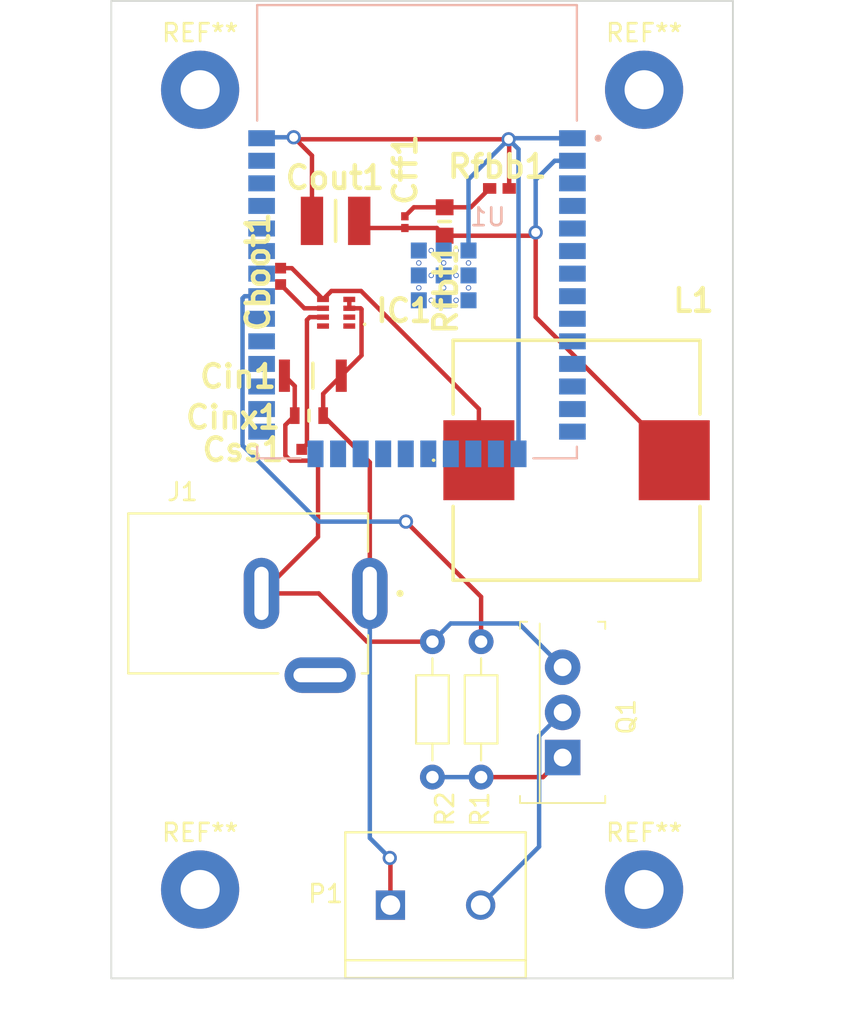
<source format=kicad_pcb>
(kicad_pcb (version 20221018) (generator pcbnew)
  (layers (0 "F.Cu" signal) (31 "B.Cu" signal) (34 "B.Paste" user) (35 "F.Paste" user) (36 "B.SilkS" user "B.Silkscreen") (37 "F.SilkS" user "F.Silkscreen") (38 "B.Mask" user) (39 "F.Mask" user) (44 "Edge.Cuts" user))
  (net 0 "")
  (net 1 "GND")
  (net 28 "Net-(R1-+)")
  (net 34 "Net-(Q1-D)")
  (net 35 "Net-(Q1-G)")
  (net 36 "Net-(Rfbt1--)")
  (net 37 "Net-(IC1-BST)")
  (net 38 "Net-(IC1-SW)")
  (net 39 "Net-(Rfbb1--)")
  (net 40 "Net-(IC1-SS)")
  (net 47 "Net-(IC1-GND)")
  (footprint "CON-SOCJ-2155:GRAVITECH_CON-SOCJ-2155" (layer "F.Cu") (at 70.955309 83.339797)
    (fp_text reference "J1" (at -4.445 -5.715) (layer "F.SilkS"))
    (fp_text value "CON-SOCJ-2155")
    (fp_line (start -7.5 -4.5) (end 6 -4.5) (stroke (width 0.127)) (layer "F.SilkS"))
    (fp_line (start -7.5 4.5) (end -7.5 -4.5) (stroke (width 0.127)) (layer "F.SilkS"))
    (fp_line (start 0.95 4.5) (end -7.5 4.5) (stroke (width 0.127)) (layer "F.SilkS"))
    (fp_line (start 6 -4.5) (end 6 -2.35) (stroke (width 0.127)) (layer "F.SilkS"))
    (fp_line (start 6 2.35) (end 6 4.5) (stroke (width 0.127)) (layer "F.SilkS"))
    (fp_line (start 6 4.5) (end 5.65 4.5) (stroke (width 0.127)) (layer "F.SilkS"))
    (fp_circle (center 7.8 0) (end 7.9 0) (stroke (width 0.2)) (fill none) (layer "F.SilkS"))
    (pad "1" thru_hole oval (at 6.1 0) (size 2 4) (drill oval 0.8 3) (layers "*.Cu" "*.Mask") (net 47 "Net-(IC1-GND)"))
    (pad "2" thru_hole oval (at 3.3 4.6) (size 4 2) (drill oval 3 0.8) (layers "*.Cu" "*.Mask"))
    (pad "3" thru_hole oval (at 0 0) (size 2 4) (drill oval 0.8 3) (layers "*.Cu" "*.Mask") (net 1 "GND"))
  )
  (footprint "2pole screw terminal:TE_282837-2" (layer "F.Cu") (at 80.756469 100.879564)
    (fp_text reference "P1" (at -6.189162 -0.637157) (layer "F.SilkS") (effects (font (size 1.002039 1.002039))))
    (fp_text value "282837-2")
    (fp_line (start -5.08 -4.1) (end 5.08 -4.1) (stroke (width 0.127)) (layer "F.SilkS"))
    (fp_line (start -5.08 3.1) (end -5.08 -4.1) (stroke (width 0.127)) (layer "F.SilkS"))
    (fp_line (start -5.08 3.1) (end 5.08 3.1) (stroke (width 0.127)) (layer "F.SilkS"))
    (fp_line (start -5.08 4.1) (end -5.08 3.1) (stroke (width 0.127)) (layer "F.SilkS"))
    (fp_line (start 5.08 -4.1) (end 5.08 3.1) (stroke (width 0.127)) (layer "F.SilkS"))
    (fp_line (start 5.08 3.1) (end 5.08 4.1) (stroke (width 0.127)) (layer "F.SilkS"))
    (fp_line (start 5.08 4.1) (end -5.08 4.1) (stroke (width 0.127)) (layer "F.SilkS"))
    (pad "1" thru_hole rect (at -2.54 0) (size 1.65 1.65) (drill 1.1) (layers "*.Cu" "*.Mask") (net 47 "Net-(IC1-GND)"))
    (pad "2" thru_hole circle (at 2.54 0) (size 1.65 1.65) (drill 1.1) (layers "*.Cu" "*.Mask") (net 34 "Net-(Q1-D)"))
  )
  (footprint "Resistor_SMD:RESC1005X40N" (layer "F.Cu") (at 84.353496 60.55181 180)
    (fp_text reference "Rfbb1" (at 0.124061 1.232198) (layer "F.SilkS") (effects (font (size 1.27 1.27) (thickness 0.254))))
    (fp_text value "10kΩ" hide)
    (pad "1" smd rect (at -0.55 0 270) (size 0.6 0.75) (layers "F.Cu" "F.Paste" "F.Mask") (net 1 "GND"))
    (pad "2" smd rect (at 0.55 0 270) (size 0.6 0.75) (layers "F.Cu" "F.Paste" "F.Mask") (net 39 "Net-(Rfbb1--)"))
  )
  (footprint "Resistor_SMD:RESC1608X55N" (layer "F.Cu") (at 81.268269 62.413372 -90)
    (fp_text reference "Rfbt1" (at 3.765281 -0.055728 90) (layer "F.SilkS") (effects (font (size 1.27 1.27) (thickness 0.254))))
    (fp_text value "30.9kΩ" hide)
    (fp_line (start 0 -0.325) (end 0 0.325) (stroke (width 0.2)) (layer "F.SilkS"))
    (pad "1" smd rect (at -0.8 0 270) (size 0.9 1) (layers "F.Cu" "F.Paste" "F.Mask") (net 39 "Net-(Rfbb1--)"))
    (pad "2" smd rect (at 0.8 0 270) (size 0.9 1) (layers "F.Cu" "F.Paste" "F.Mask") (net 36 "Net-(Rfbt1--)"))
  )
  (footprint "MountingHole:MountingHole_2.2mm_M2_Pad" (layer "F.Cu") (at 67.5 100)
    (fp_text reference "REF**" (at 0 -3.2) (layer "F.SilkS"))
    (fp_text value "MountingHole_2.2mm_M2_Pad")
    (pad "1" thru_hole circle (at 0 0) (size 4.4 4.4) (drill 2.2) (layers "*.Cu" "*.Mask"))
  )
  (footprint "Capacitor_SMD:CAPC1608X90N" (layer "F.Cu") (at 73.628428 73.336417 180)
    (fp_text reference "Cinx1" (at 4.276695 -0.097907) (layer "F.SilkS") (effects (font (size 1.27 1.27) (thickness 0.254))))
    (fp_text value "100nF" hide)
    (fp_line (start 0 -0.3) (end 0 0.3) (stroke (width 0.2)) (layer "F.SilkS"))
    (pad "1" smd rect (at -0.8 0 180) (size 0.54 0.94) (layers "F.Cu" "F.Paste" "F.Mask") (net 47 "Net-(IC1-GND)"))
    (pad "2" smd rect (at 0.8 0 180) (size 0.54 0.94) (layers "F.Cu" "F.Paste" "F.Mask") (net 1 "GND"))
  )
  (footprint "Capacitor_SMD:CAPC0603X33N" (layer "F.Cu") (at 79.02906 62.449488 -90)
    (fp_text reference "Cff1" (at -2.964376 -0.014719 90) (layer "F.SilkS") (effects (font (size 1.27 1.27) (thickness 0.254))))
    (fp_text value "47pF" hide)
    (pad "1" smd rect (at -0.33 0) (size 0.42 0.46) (layers "F.Cu" "F.Paste" "F.Mask") (net 39 "Net-(Rfbb1--)"))
    (pad "2" smd rect (at 0.33 0) (size 0.42 0.46) (layers "F.Cu" "F.Paste" "F.Mask") (net 36 "Net-(Rfbt1--)"))
  )
  (footprint "MountingHole:MountingHole_2.2mm_M2_Pad" (layer "F.Cu") (at 67.5 55)
    (fp_text reference "REF**" (at 0 -3.2) (layer "F.SilkS"))
    (fp_text value "MountingHole_2.2mm_M2_Pad")
    (pad "1" thru_hole circle (at 0 0) (size 4.4 4.4) (drill 2.2) (layers "*.Cu" "*.Mask"))
  )
  (footprint "MountingHole:MountingHole_2.2mm_M2_Pad" (layer "F.Cu") (at 92.5 55)
    (fp_text reference "REF**" (at 0 -3.2) (layer "F.SilkS"))
    (fp_text value "MountingHole_2.2mm_M2_Pad")
    (pad "1" thru_hole circle (at 0 0) (size 4.4 4.4) (drill 2.2) (layers "*.Cu" "*.Mask"))
  )
  (footprint "Capacitor_SMD:CAPC1005X55N" (layer "F.Cu") (at 72.031519 65.498298 90)
    (fp_text reference "Cboot1" (at 0.257632 -1.276459 90) (layer "F.SilkS") (effects (font (size 1.27 1.27) (thickness 0.254))))
    (fp_text value "100nF" hide)
    (pad "1" smd rect (at -0.46 0 90) (size 0.6 0.62) (layers "F.Cu" "F.Paste" "F.Mask") (net 37 "Net-(IC1-BST)"))
    (pad "2" smd rect (at 0.46 0 90) (size 0.6 0.62) (layers "F.Cu" "F.Paste" "F.Mask") (net 38 "Net-(IC1-SW)"))
  )
  (footprint "Capacitor_SMD:CAPC1005X55N" (layer "F.Cu") (at 73.680603 75.234443)
    (fp_text reference "Css1" (at -3.755684 0.020599) (layer "F.SilkS") (effects (font (size 1.27 1.27) (thickness 0.254))))
    (fp_text value "33nF" hide)
    (pad "1" smd rect (at -0.46 0) (size 0.6 0.62) (layers "F.Cu" "F.Paste" "F.Mask") (net 40 "Net-(IC1-SS)"))
    (pad "2" smd rect (at 0.46 0) (size 0.6 0.62) (layers "F.Cu" "F.Paste" "F.Mask") (net 1 "GND"))
  )
  (footprint "Capacitor_SMD:CAPC3216X180N" (layer "F.Cu") (at 73.8474 71.089774 180)
    (fp_text reference "Cin1" (at 4.21365 -0.048155) (layer "F.SilkS") (effects (font (size 1.27 1.27) (thickness 0.254))))
    (fp_text value "10µF" hide)
    (fp_line (start 0 -0.7) (end 0 0.7) (stroke (width 0.2)) (layer "F.SilkS"))
    (pad "1" smd rect (at -1.6 0 180) (size 0.62 1.82) (layers "F.Cu" "F.Paste" "F.Mask") (net 47 "Net-(IC1-GND)"))
    (pad "2" smd rect (at 1.6 0 180) (size 0.62 1.82) (layers "F.Cu" "F.Paste" "F.Mask") (net 1 "GND"))
  )
  (footprint "digikey-footprints:TO-220-3" (layer "F.Cu") (at 87.912317 92.574273 90)
    (fp_text reference "Q1" (at 2.292824 3.57942 90) (layer "F.SilkS"))
    (fp_text value "IRLB8721PBF")
    (fp_line (start -2.56 -2.4) (end -2.56 -2) (stroke (width 0.1)) (layer "F.SilkS"))
    (fp_line (start -2.56 -2.4) (end -2.16 -2.4) (stroke (width 0.1)) (layer "F.SilkS"))
    (fp_line (start -2.56 -1.29) (end 7.54 -1.29) (stroke (width 0.1)) (layer "F.SilkS"))
    (fp_line (start -2.56 2.4) (end -2.56 -2) (stroke (width 0.1)) (layer "F.SilkS"))
    (fp_line (start -2.56 2.4) (end -2.16 2.4) (stroke (width 0.1)) (layer "F.SilkS"))
    (fp_line (start 7.24 -2.4) (end 7.64 -2.4) (stroke (width 0.1)) (layer "F.SilkS"))
    (fp_line (start 7.64 -2.4) (end 7.64 -2) (stroke (width 0.1)) (layer "F.SilkS"))
    (fp_line (start 7.64 2.4) (end 7.24 2.4) (stroke (width 0.1)) (layer "F.SilkS"))
    (fp_line (start 7.64 2.4) (end 7.64 2) (stroke (width 0.1)) (layer "F.SilkS"))
    (pad "1" thru_hole rect (at 0 0 90) (size 2 2) (drill 1) (layers "*.Cu" "*.Mask") (net 35 "Net-(Q1-G)"))
    (pad "2" thru_hole circle (at 2.54 0 90) (size 2 2) (drill 1) (layers "*.Cu" "*.Mask") (net 34 "Net-(Q1-D)"))
    (pad "3" thru_hole circle (at 5.08 0 90) (size 2 2) (drill 1) (layers "*.Cu" "*.Mask") (net 1 "GND"))
  )
  (footprint "Inductor_SMD:SRP12507R8M" (layer "F.Cu") (at 88.696625 75.845822)
    (fp_text reference "L1" (at 6.583732 -8.984887) (layer "F.SilkS") (effects (font (size 1.27 1.27) (thickness 0.254))))
    (fp_text value "SRP1250-7R8M" hide)
    (fp_line (start -8.1 0) (end -8.1 0) (stroke (width 0.1)) (layer "F.SilkS"))
    (fp_line (start -8 0) (end -8 0) (stroke (width 0.1)) (layer "F.SilkS"))
    (fp_line (start -6.95 -6.75) (end -6.95 -2.6) (stroke (width 0.2)) (layer "F.SilkS"))
    (fp_line (start -6.95 2.6) (end -6.95 6.75) (stroke (width 0.2)) (layer "F.SilkS"))
    (fp_line (start -6.95 6.75) (end 6.95 6.75) (stroke (width 0.2)) (layer "F.SilkS"))
    (fp_line (start 6.95 -6.75) (end -6.95 -6.75) (stroke (width 0.2)) (layer "F.SilkS"))
    (fp_line (start 6.95 -2.6) (end 6.95 -6.75) (stroke (width 0.2)) (layer "F.SilkS"))
    (fp_line (start 6.95 6.75) (end 6.95 2.6) (stroke (width 0.2)) (layer "F.SilkS"))
    (fp_arc (start -8.1 0) (mid -8.05 -0.05) (end -8 0) (stroke (width 0.1)) (layer "F.SilkS"))
    (fp_arc (start -8 0) (mid -8.05 0.05) (end -8.1 0) (stroke (width 0.1)) (layer "F.SilkS"))
    (pad "1" smd rect (at -5.5 0) (size 4 4.5) (layers "F.Cu" "F.Paste" "F.Mask") (net 38 "Net-(IC1-SW)"))
    (pad "2" smd rect (at 5.5 0) (size 4 4.5) (layers "F.Cu" "F.Paste" "F.Mask") (net 36 "Net-(Rfbt1--)"))
  )
  (footprint "Capacitor_SMD:CAPC3225X270N" (layer "F.Cu") (at 75.128503 62.377255)
    (fp_text reference "Cout1" (at -0.038326 -2.432422) (layer "F.SilkS") (effects (font (size 1.27 1.27) (thickness 0.254))))
    (fp_text value "47µF" hide)
    (fp_line (start 0 -1.15) (end 0 1.15) (stroke (width 0.2)) (layer "F.SilkS"))
    (pad "1" smd rect (at -1.33 0) (size 1.26 2.72) (layers "F.Cu" "F.Paste" "F.Mask") (net 1 "GND"))
    (pad "2" smd rect (at 1.33 0) (size 1.26 2.72) (layers "F.Cu" "F.Paste" "F.Mask") (net 36 "Net-(Rfbt1--)"))
  )
  (footprint "Converter_DCDC:TPS62932DRLR" (layer "F.Cu") (at 75.160371 67.546419 180)
    (fp_text reference "IC1" (at -3.815633 0.114145 180) (layer "F.SilkS") (effects (font (size 1.27 1.27) (thickness 0.254))))
    (fp_text value "TPS62932DRLR" hide)
    (fp_line (start -1.6 -0.7) (end -1.6 -0.7) (stroke (width 0.1)) (layer "F.SilkS"))
    (fp_line (start -1.6 -0.6) (end -1.6 -0.6) (stroke (width 0.1)) (layer "F.SilkS"))
    (fp_arc (start -1.6 -0.7) (mid -1.55 -0.65) (end -1.6 -0.6) (stroke (width 0.1)) (layer "F.SilkS"))
    (fp_arc (start -1.6 -0.6) (mid -1.65 -0.65) (end -1.6 -0.7) (stroke (width 0.1)) (layer "F.SilkS"))
    (pad "1" smd rect (at -0.74 -0.75 270) (size 0.3 0.67) (layers "F.Cu" "F.Paste" "F.Mask"))
    (pad "2" smd rect (at -0.74 -0.25 270) (size 0.3 0.67) (layers "F.Cu" "F.Paste" "F.Mask"))
    (pad "3" smd rect (at -0.74 0.25 270) (size 0.3 0.67) (layers "F.Cu" "F.Paste" "F.Mask") (net 47 "Net-(IC1-GND)"))
    (pad "4" smd rect (at -0.74 0.75 270) (size 0.3 0.67) (layers "F.Cu" "F.Paste" "F.Mask") (net 47 "Net-(IC1-GND)"))
    (pad "5" smd rect (at 0.74 0.75 270) (size 0.3 0.67) (layers "F.Cu" "F.Paste" "F.Mask") (net 38 "Net-(IC1-SW)"))
    (pad "6" smd rect (at 0.74 0.25 270) (size 0.3 0.67) (layers "F.Cu" "F.Paste" "F.Mask") (net 37 "Net-(IC1-BST)"))
    (pad "7" smd rect (at 0.74 -0.25 270) (size 0.3 0.67) (layers "F.Cu" "F.Paste" "F.Mask") (net 40 "Net-(IC1-SS)"))
    (pad "8" smd rect (at 0.74 -0.75 270) (size 0.3 0.67) (layers "F.Cu" "F.Paste" "F.Mask"))
  )
  (footprint "Resistor_THT:R_Axial_DIN0204_L3.6mm_D1.6mm_P7.62mm_Horizontal" (layer "F.Cu") (at 80.580377 93.675294 90)
    (fp_text reference "R2" (at -1.79211 0.700126 90) (layer "F.SilkS"))
    (fp_text value "10kΩ")
    (fp_line (start 0.94 0) (end 1.89 0) (stroke (width 0.12)) (layer "F.SilkS"))
    (fp_line (start 1.89 -0.92) (end 1.89 0.92) (stroke (width 0.12)) (layer "F.SilkS"))
    (fp_line (start 1.89 0.92) (end 5.73 0.92) (stroke (width 0.12)) (layer "F.SilkS"))
    (fp_line (start 5.73 -0.92) (end 1.89 -0.92) (stroke (width 0.12)) (layer "F.SilkS"))
    (fp_line (start 5.73 0.92) (end 5.73 -0.92) (stroke (width 0.12)) (layer "F.SilkS"))
    (fp_line (start 6.68 0) (end 5.73 0) (stroke (width 0.12)) (layer "F.SilkS"))
    (pad "1" thru_hole circle (at 0 0 90) (size 1.4 1.4) (drill 0.7) (layers "*.Cu" "*.Mask") (net 35 "Net-(Q1-G)"))
    (pad "2" thru_hole oval (at 7.62 0 90) (size 1.4 1.4) (drill 0.7) (layers "*.Cu" "*.Mask") (net 1 "GND"))
  )
  (footprint "MountingHole:MountingHole_2.2mm_M2_Pad" (layer "F.Cu") (at 92.5 100)
    (fp_text reference "REF**" (at 0 -3.2) (layer "F.SilkS"))
    (fp_text value "MountingHole_2.2mm_M2_Pad")
    (pad "1" thru_hole circle (at 0 0) (size 4.4 4.4) (drill 2.2) (layers "*.Cu" "*.Mask"))
  )
  (footprint "Resistor_THT:R_Axial_DIN0204_L3.6mm_D1.6mm_P7.62mm_Horizontal" (layer "F.Cu") (at 83.321289 86.055294 -90)
    (fp_text reference "R1" (at 9.428987 0.066236 90) (layer "F.SilkS"))
    (fp_text value "1kΩ")
    (fp_line (start 0.94 0) (end 1.89 0) (stroke (width 0.12)) (layer "F.SilkS"))
    (fp_line (start 1.89 -0.92) (end 1.89 0.92) (stroke (width 0.12)) (layer "F.SilkS"))
    (fp_line (start 1.89 0.92) (end 5.73 0.92) (stroke (width 0.12)) (layer "F.SilkS"))
    (fp_line (start 5.73 -0.92) (end 1.89 -0.92) (stroke (width 0.12)) (layer "F.SilkS"))
    (fp_line (start 5.73 0.92) (end 5.73 -0.92) (stroke (width 0.12)) (layer "F.SilkS"))
    (fp_line (start 6.68 0) (end 5.73 0) (stroke (width 0.12)) (layer "F.SilkS"))
    (pad "1" thru_hole circle (at 0 0 270) (size 1.4 1.4) (drill 0.7) (layers "*.Cu" "*.Mask") (net 28 "Net-(R1-+)"))
    (pad "2" thru_hole oval (at 7.62 0 270) (size 1.4 1.4) (drill 0.7) (layers "*.Cu" "*.Mask") (net 35 "Net-(Q1-G)"))
  )
  (footprint "ESP32-WROOM-32E__16MB_:XCVR_ESP32-WROOM-32E_(16MB)" (layer "B.Cu") (at 79.713245 62.986942 180)
    (fp_text reference "U1" (at -3.988245 0.824688) (layer "B.SilkS") (effects (justify mirror)))
    (fp_text value "ESP32-WROOM-32E_(16MB)")
    (fp_line (start -9 -12.75) (end -6.55 -12.75) (stroke (width 0.127)) (layer "B.SilkS"))
    (fp_line (start -9 -12.1) (end -9 -12.75) (stroke (width 0.127)) (layer "B.SilkS"))
    (fp_line (start -9 6.25) (end -9 12.75) (stroke (width 0.127)) (layer "B.SilkS"))
    (fp_line (start -9 12.75) (end 9 12.75) (stroke (width 0.127)) (layer "B.SilkS"))
    (fp_line (start 6.55 -12.75) (end 9 -12.75) (stroke (width 0.127)) (layer "B.SilkS"))
    (fp_line (start 9 -12.75) (end 9 -12.1) (stroke (width 0.127)) (layer "B.SilkS"))
    (fp_line (start 9 12.75) (end 9 6.25) (stroke (width 0.127)) (layer "B.SilkS"))
    (fp_circle (center -10.2 5.26) (end -10.1 5.26) (stroke (width 0.2)) (fill none) (layer "B.SilkS"))
    (pad "1" smd rect (at -8.75 5.26 180) (size 1.5 0.9) (layers "B.Cu" "B.Paste" "B.Mask") (net 1 "GND"))
    (pad "2" smd rect (at -8.75 3.99 180) (size 1.5 0.9) (layers "B.Cu" "B.Paste" "B.Mask") (net 36 "Net-(Rfbt1--)"))
    (pad "3" smd rect (at -8.75 2.72 180) (size 1.5 0.9) (layers "B.Cu" "B.Paste" "B.Mask"))
    (pad "4" smd rect (at -8.75 1.45 180) (size 1.5 0.9) (layers "B.Cu" "B.Paste" "B.Mask"))
    (pad "5" smd rect (at -8.75 0.18 180) (size 1.5 0.9) (layers "B.Cu" "B.Paste" "B.Mask"))
    (pad "6" smd rect (at -8.75 -1.09 180) (size 1.5 0.9) (layers "B.Cu" "B.Paste" "B.Mask"))
    (pad "7" smd rect (at -8.75 -2.36 180) (size 1.5 0.9) (layers "B.Cu" "B.Paste" "B.Mask"))
    (pad "8" smd rect (at -8.75 -3.63 180) (size 1.5 0.9) (layers "B.Cu" "B.Paste" "B.Mask"))
    (pad "9" smd rect (at -8.75 -4.9 180) (size 1.5 0.9) (layers "B.Cu" "B.Paste" "B.Mask"))
    (pad "10" smd rect (at -8.75 -6.17 180) (size 1.5 0.9) (layers "B.Cu" "B.Paste" "B.Mask"))
    (pad "11" smd rect (at -8.75 -7.44 180) (size 1.5 0.9) (layers "B.Cu" "B.Paste" "B.Mask"))
    (pad "12" smd rect (at -8.75 -8.71 180) (size 1.5 0.9) (layers "B.Cu" "B.Paste" "B.Mask"))
    (pad "13" smd rect (at -8.75 -9.98 180) (size 1.5 0.9) (layers "B.Cu" "B.Paste" "B.Mask"))
    (pad "14" smd rect (at -8.75 -11.25 180) (size 1.5 0.9) (layers "B.Cu" "B.Paste" "B.Mask"))
    (pad "15" smd rect (at -5.715 -12.5 180) (size 0.9 1.5) (layers "B.Cu" "B.Paste" "B.Mask") (net 1 "GND"))
    (pad "16" smd rect (at -4.445 -12.5 180) (size 0.9 1.5) (layers "B.Cu" "B.Paste" "B.Mask"))
    (pad "17" smd rect (at -3.175 -12.5 180) (size 0.9 1.5) (layers "B.Cu" "B.Paste" "B.Mask"))
    (pad "18" smd rect (at -1.905 -12.5 180) (size 0.9 1.5) (layers "B.Cu" "B.Paste" "B.Mask"))
    (pad "19" smd rect (at -0.635 -12.5 180) (size 0.9 1.5) (layers "B.Cu" "B.Paste" "B.Mask"))
    (pad "20" smd rect (at 0.635 -12.5 180) (size 0.9 1.5) (layers "B.Cu" "B.Paste" "B.Mask"))
    (pad "21" smd rect (at 1.905 -12.5 180) (size 0.9 1.5) (layers "B.Cu" "B.Paste" "B.Mask"))
    (pad "22" smd rect (at 3.175 -12.5 180) (size 0.9 1.5) (layers "B.Cu" "B.Paste" "B.Mask"))
    (pad "23" smd rect (at 4.445 -12.5 180) (size 0.9 1.5) (layers "B.Cu" "B.Paste" "B.Mask"))
    (pad "24" smd rect (at 5.715 -12.5 180) (size 0.9 1.5) (layers "B.Cu" "B.Paste" "B.Mask"))
    (pad "25" smd rect (at 8.75 -11.25 180) (size 1.5 0.9) (layers "B.Cu" "B.Paste" "B.Mask"))
    (pad "26" smd rect (at 8.75 -9.98 180) (size 1.5 0.9) (layers "B.Cu" "B.Paste" "B.Mask"))
    (pad "27" smd rect (at 8.75 -8.71 180) (size 1.5 0.9) (layers "B.Cu" "B.Paste" "B.Mask"))
    (pad "28" smd rect (at 8.75 -7.44 180) (size 1.5 0.9) (layers "B.Cu" "B.Paste" "B.Mask"))
    (pad "29" smd rect (at 8.75 -6.17 180) (size 1.5 0.9) (layers "B.Cu" "B.Paste" "B.Mask"))
    (pad "30" smd rect (at 8.75 -4.9 180) (size 1.5 0.9) (layers "B.Cu" "B.Paste" "B.Mask"))
    (pad "31" smd rect (at 8.75 -3.63 180) (size 1.5 0.9) (layers "B.Cu" "B.Paste" "B.Mask") (net 28 "Net-(R1-+)"))
    (pad "32" smd rect (at 8.75 -2.36 180) (size 1.5 0.9) (layers "B.Cu" "B.Paste" "B.Mask"))
    (pad "33" smd rect (at 8.75 -1.09 180) (size 1.5 0.9) (layers "B.Cu" "B.Paste" "B.Mask"))
    (pad "34" smd rect (at 8.75 0.18 180) (size 1.5 0.9) (layers "B.Cu" "B.Paste" "B.Mask"))
    (pad "35" smd rect (at 8.75 1.45 180) (size 1.5 0.9) (layers "B.Cu" "B.Paste" "B.Mask"))
    (pad "36" smd rect (at 8.75 2.72 180) (size 1.5 0.9) (layers "B.Cu" "B.Paste" "B.Mask"))
    (pad "37" smd rect (at 8.75 3.99 180) (size 1.5 0.9) (layers "B.Cu" "B.Paste" "B.Mask"))
    (pad "38" smd rect (at 8.75 5.26 180) (size 1.5 0.9) (layers "B.Cu" "B.Paste" "B.Mask") (net 1 "GND"))
    (pad "39_1" smd rect (at -2.9 -1.06 180) (size 0.9 0.9) (layers "B.Cu" "B.Paste" "B.Mask") (net 1 "GND"))
    (pad "39_2" smd rect (at -1.5 -1.06 180) (size 0.9 0.9) (layers "B.Cu" "B.Paste" "B.Mask") (net 1 "GND"))
    (pad "39_3" smd rect (at -0.1 -1.06 180) (size 0.9 0.9) (layers "B.Cu" "B.Paste" "B.Mask") (net 1 "GND"))
    (pad "39_4" smd rect (at -2.9 -2.46 180) (size 0.9 0.9) (layers "B.Cu" "B.Paste" "B.Mask") (net 1 "GND"))
    (pad "39_5" smd rect (at -1.5 -2.46 180) (size 0.9 0.9) (layers "B.Cu" "B.Paste" "B.Mask") (net 1 "GND"))
    (pad "39_6" smd rect (at -0.1 -2.46 180) (size 0.9 0.9) (layers "B.Cu" "B.Paste" "B.Mask") (net 1 "GND"))
    (pad "39_7" smd rect (at -2.9 -3.86 180) (size 0.9 0.9) (layers "B.Cu" "B.Paste" "B.Mask") (net 1 "GND"))
    (pad "39_8" smd rect (at -1.5 -3.86 180) (size 0.9 0.9) (layers "B.Cu" "B.Paste" "B.Mask") (net 1 "GND"))
    (pad "39_9" smd rect (at -0.1 -3.86 180) (size 0.9 0.9) (layers "B.Cu" "B.Paste" "B.Mask") (net 1 "GND"))
    (pad "39_10" thru_hole circle (at -2.2 -1.06 180) (size 0.3 0.3) (drill 0.2) (layers "*.Cu"))
    (pad "39_11" thru_hole circle (at -0.8 -1.06 180) (size 0.3 0.3) (drill 0.2) (layers "*.Cu"))
    (pad "39_12" thru_hole circle (at -2.9 -1.76 180) (size 0.3 0.3) (drill 0.2) (layers "*.Cu"))
    (pad "39_13" thru_hole circle (at -1.5 -1.76 180) (size 0.3 0.3) (drill 0.2) (layers "*.Cu"))
    (pad "39_14" thru_hole circle (at -0.1 -1.76 180) (size 0.3 0.3) (drill 0.2) (layers "*.Cu"))
    (pad "39_15" thru_hole circle (at -2.2 -2.46 180) (size 0.3 0.3) (drill 0.2) (layers "*.Cu"))
    (pad "39_16" thru_hole circle (at -0.8 -2.46 180) (size 0.3 0.3) (drill 0.2) (layers "*.Cu"))
    (pad "39_17" thru_hole circle (at -2.9 -3.16 180) (size 0.3 0.3) (drill 0.2) (layers "*.Cu"))
    (pad "39_18" thru_hole circle (at -1.5 -3.16 180) (size 0.3 0.3) (drill 0.2) (layers "*.Cu"))
    (pad "39_19" thru_hole circle (at -0.1 -3.16 180) (size 0.3 0.3) (drill 0.2) (layers "*.Cu"))
    (pad "39_20" thru_hole circle (at -2.2 -3.86 180) (size 0.3 0.3) (drill 0.2) (layers "*.Cu"))
    (pad "39_21" thru_hole circle (at -0.8 -3.86 180) (size 0.3 0.3) (drill 0.2) (layers "*.Cu"))
  )
  (gr_line (start 62.5 50) (end 62.5 105) (stroke (width 0.1)) (layer "Edge.Cuts"))
  (gr_line (start 97.5 50) (end 62.5 50) (stroke (width 0.1)) (layer "Edge.Cuts"))
  (gr_line (start 97.5 105) (end 97.5 50) (stroke (width 0.1)) (layer "Edge.Cuts"))
  (gr_line (start 62.5 105) (end 97.5 105) (stroke (width 0.1)) (layer "Edge.Cuts"))
  (segment (start 74.140603 75.574443) (end 73.845603 75.869443) (width 0.25) (layer "F.Cu") (net 1))
  (segment (start 74.140603 80.154503) (end 74.140603 75.234443) (width 0.25) (layer "F.Cu") (net 1))
  (segment (start 74.181476 83.339797) (end 70.955309 83.339797) (width 0.25) (layer "F.Cu") (net 1))
  (segment (start 72.882688 57.787372) (end 72.769494 57.674178) (width 0.25) (layer "F.Cu") (net 1))
  (segment (start 84.903496 57.820467) (end 84.870401 57.787372) (width 0.25) (layer "F.Cu") (net 1))
  (segment (start 74.140603 75.234443) (end 74.140603 75.574443) (width 0.25) (layer "F.Cu") (net 1))
  (segment (start 84.903496 60.55181) (end 84.903496 57.820467) (width 0.25) (layer "F.Cu") (net 1))
  (segment (start 72.595603 75.869443) (end 72.298928 75.572768) (width 0.25) (layer "F.Cu") (net 1))
  (segment (start 72.298928 73.865917) (end 72.828428 73.336417) (width 0.25) (layer "F.Cu") (net 1))
  (segment (start 76.896973 86.055294) (end 74.181476 83.339797) (width 0.25) (layer "F.Cu") (net 1))
  (segment (start 80.580377 86.055294) (end 76.896973 86.055294) (width 0.25) (layer "F.Cu") (net 1))
  (segment (start 73.798503 58.703187) (end 72.769494 57.674178) (width 0.25) (layer "F.Cu") (net 1))
  (segment (start 72.298928 75.572768) (end 72.298928 73.865917) (width 0.25) (layer "F.Cu") (net 1))
  (segment (start 73.798503 62.377255) (end 73.798503 58.703187) (width 0.25) (layer "F.Cu") (net 1))
  (segment (start 70.955309 83.339797) (end 74.140603 80.154503) (width 0.25) (layer "F.Cu") (net 1))
  (segment (start 72.828428 73.336417) (end 72.828428 71.670802) (width 0.25) (layer "F.Cu") (net 1))
  (segment (start 72.828428 71.670802) (end 72.2474 71.089774) (width 0.25) (layer "F.Cu") (net 1))
  (segment (start 84.870401 57.787372) (end 72.882688 57.787372) (width 0.25) (layer "F.Cu") (net 1))
  (segment (start 73.845603 75.869443) (end 72.595603 75.869443) (width 0.25) (layer "F.Cu") (net 1))
  (via (at 84.870401 57.787372) (size 0.8) (drill 0.5) (layers "F.Cu" "B.Cu") (net 1))
  (via (at 72.769494 57.674178) (size 0.8) (drill 0.5) (layers "F.Cu" "B.Cu") (net 1))
  (segment (start 87.912317 87.494273) (end 85.448338 85.030294) (width 0.25) (layer "B.Cu") (net 1))
  (segment (start 82.613245 64.046942) (end 82.613245 60.044528) (width 0.25) (layer "B.Cu") (net 1))
  (segment (start 72.769494 57.674178) (end 71.016009 57.674178) (width 0.25) (layer "B.Cu") (net 1))
  (segment (start 81.605377 85.030294) (end 80.580377 86.055294) (width 0.25) (layer "B.Cu") (net 1))
  (segment (start 84.930831 57.726942) (end 88.463245 57.726942) (width 0.25) (layer "B.Cu") (net 1))
  (segment (start 84.870401 57.787372) (end 84.930831 57.726942) (width 0.25) (layer "B.Cu") (net 1))
  (segment (start 85.428245 75.486942) (end 85.428245 58.345216) (width 0.25) (layer "B.Cu") (net 1))
  (segment (start 85.448338 85.030294) (end 81.605377 85.030294) (width 0.25) (layer "B.Cu") (net 1))
  (segment (start 85.428245 58.345216) (end 84.870401 57.787372) (width 0.25) (layer "B.Cu") (net 1))
  (segment (start 71.016009 57.674178) (end 70.963245 57.726942) (width 0.25) (layer "B.Cu") (net 1))
  (segment (start 82.613245 60.044528) (end 84.870401 57.787372) (width 0.25) (layer "B.Cu") (net 1))
  (segment (start 83.321289 83.531203) (end 79.089512 79.299426) (width 0.25) (layer "F.Cu") (net 28))
  (segment (start 83.321289 86.055294) (end 83.321289 83.531203) (width 0.25) (layer "F.Cu") (net 28))
  (via (at 79.089512 79.299426) (size 0.8) (drill 0.5) (layers "F.Cu" "B.Cu") (net 28))
  (segment (start 69.888245 66.735531) (end 70.006834 66.616942) (width 0.25) (layer "B.Cu") (net 28))
  (segment (start 70.006834 66.616942) (end 70.963245 66.616942) (width 0.25) (layer "B.Cu") (net 28))
  (segment (start 79.089512 79.299426) (end 74.175729 79.299426) (width 0.25) (layer "B.Cu") (net 28))
  (segment (start 69.888245 75.011942) (end 69.888245 66.735531) (width 0.25) (layer "B.Cu") (net 28))
  (segment (start 74.175729 79.299426) (end 69.888245 75.011942) (width 0.25) (layer "B.Cu") (net 28))
  (segment (start 86.587317 97.588716) (end 86.587317 91.359273) (width 0.25) (layer "B.Cu") (net 34))
  (segment (start 83.296469 100.879564) (end 86.587317 97.588716) (width 0.25) (layer "B.Cu") (net 34))
  (segment (start 86.587317 91.359273) (end 87.912317 90.034273) (width 0.25) (layer "B.Cu") (net 34))
  (segment (start 86.811296 93.675294) (end 87.912317 92.574273) (width 0.25) (layer "F.Cu") (net 35))
  (segment (start 83.321289 93.675294) (end 86.811296 93.675294) (width 0.25) (layer "F.Cu") (net 35))
  (segment (start 83.321289 93.675294) (end 80.580377 93.675294) (width 0.25) (layer "B.Cu") (net 35))
  (segment (start 86.209932 63.213372) (end 81.268269 63.213372) (width 0.25) (layer "F.Cu") (net 36))
  (segment (start 86.395042 67.794239) (end 86.395042 63.028262) (width 0.25) (layer "F.Cu") (net 36))
  (segment (start 76.860736 62.779488) (end 79.02906 62.779488) (width 0.25) (layer "F.Cu") (net 36))
  (segment (start 94.196625 75.845822) (end 94.196625 75.595822) (width 0.25) (layer "F.Cu") (net 36))
  (segment (start 80.834385 62.779488) (end 81.268269 63.213372) (width 0.25) (layer "F.Cu") (net 36))
  (segment (start 86.395042 63.028262) (end 86.209932 63.213372) (width 0.25) (layer "F.Cu") (net 36))
  (segment (start 79.02906 62.779488) (end 80.834385 62.779488) (width 0.25) (layer "F.Cu") (net 36))
  (segment (start 76.458503 62.377255) (end 76.860736 62.779488) (width 0.25) (layer "F.Cu") (net 36))
  (segment (start 94.196625 75.595822) (end 86.395042 67.794239) (width 0.25) (layer "F.Cu") (net 36))
  (via (at 86.395042 63.028262) (size 0.8) (drill 0.5) (layers "F.Cu" "B.Cu") (net 36))
  (segment (start 88.463245 58.996942) (end 87.463245 58.996942) (width 0.25) (layer "B.Cu") (net 36))
  (segment (start 86.395042 60.065145) (end 86.395042 63.028262) (width 0.25) (layer "B.Cu") (net 36))
  (segment (start 87.463245 58.996942) (end 86.395042 60.065145) (width 0.25) (layer "B.Cu") (net 36))
  (segment (start 73.36964 67.296419) (end 74.420371 67.296419) (width 0.25) (layer "F.Cu") (net 37))
  (segment (start 72.031519 65.958298) (end 73.36964 67.296419) (width 0.25) (layer "F.Cu") (net 37))
  (segment (start 83.196625 75.845822) (end 83.196625 72.957673) (width 0.25) (layer "F.Cu") (net 38))
  (segment (start 74.895371 66.321419) (end 74.420371 66.796419) (width 0.25) (layer "F.Cu") (net 38))
  (segment (start 72.66225 65.038298) (end 74.420371 66.796419) (width 0.25) (layer "F.Cu") (net 38))
  (segment (start 72.031519 65.038298) (end 72.66225 65.038298) (width 0.25) (layer "F.Cu") (net 38))
  (segment (start 76.560371 66.321419) (end 74.895371 66.321419) (width 0.25) (layer "F.Cu") (net 38))
  (segment (start 83.196625 72.957673) (end 76.560371 66.321419) (width 0.25) (layer "F.Cu") (net 38))
  (segment (start 81.268269 61.613372) (end 79.535176 61.613372) (width 0.25) (layer "F.Cu") (net 39))
  (segment (start 82.741934 61.613372) (end 83.803496 60.55181) (width 0.25) (layer "F.Cu") (net 39))
  (segment (start 79.535176 61.613372) (end 79.02906 62.119488) (width 0.25) (layer "F.Cu") (net 39))
  (segment (start 81.268269 61.613372) (end 82.741934 61.613372) (width 0.25) (layer "F.Cu") (net 39))
  (segment (start 74.420371 67.796419) (end 73.670755 67.796419) (width 0.25) (layer "F.Cu") (net 40))
  (segment (start 73.515603 67.951571) (end 73.515603 74.939443) (width 0.25) (layer "F.Cu") (net 40))
  (segment (start 73.515603 74.939443) (end 73.220603 75.234443) (width 0.25) (layer "F.Cu") (net 40))
  (segment (start 73.670755 67.796419) (end 73.515603 67.951571) (width 0.25) (layer "F.Cu") (net 40))
  (segment (start 74.428428 72.108746) (end 75.4474 71.089774) (width 0.25) (layer "F.Cu") (net 47))
  (segment (start 74.428428 73.336417) (end 74.428428 72.108746) (width 0.25) (layer "F.Cu") (net 47))
  (segment (start 76.535371 67.296419) (end 76.588707 67.349755) (width 0.25) (layer "F.Cu") (net 47))
  (segment (start 78.216469 98.262203) (end 78.179265 98.224999) (width 0.25) (layer "F.Cu") (net 47))
  (segment (start 78.216469 100.879564) (end 78.216469 98.262203) (width 0.25) (layer "F.Cu") (net 47))
  (segment (start 77.055309 83.339797) (end 77.055309 75.963298) (width 0.25) (layer "F.Cu") (net 47))
  (segment (start 76.588707 69.948467) (end 75.4474 71.089774) (width 0.25) (layer "F.Cu") (net 47))
  (segment (start 76.588707 67.349755) (end 76.588707 69.948467) (width 0.25) (layer "F.Cu") (net 47))
  (segment (start 75.900371 67.296419) (end 75.900371 66.796419) (width 0.25) (layer "F.Cu") (net 47))
  (segment (start 77.055309 75.963298) (end 74.428428 73.336417) (width 0.25) (layer "F.Cu") (net 47))
  (segment (start 75.900371 67.296419) (end 76.535371 67.296419) (width 0.25) (layer "F.Cu") (net 47))
  (via (at 78.179265 98.224999) (size 0.8) (drill 0.5) (layers "F.Cu" "B.Cu") (net 47))
  (segment (start 78.179265 98.224999) (end 77.055309 97.101043) (width 0.25) (layer "B.Cu") (net 47))
  (segment (start 77.055309 97.101043) (end 77.055309 83.339797) (width 0.25) (layer "B.Cu") (net 47))
)
</source>
